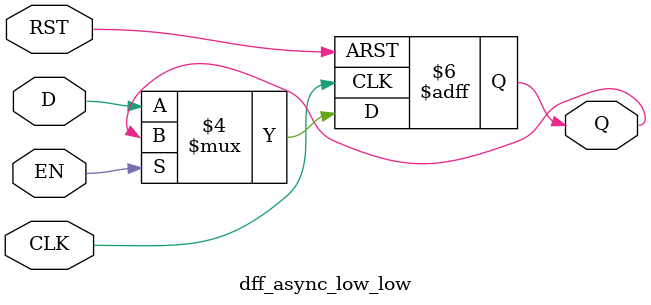
<source format=v>

`timescale 1ns/1ns


module dff_sync_high_high (CLK, RST, EN, D, Q);
output reg Q;
input CLK, RST, EN,D;

always@(posedge CLK) begin
if (RST)
	Q<=1'b0;
else if(EN)
	Q<=D;
end
endmodule

//-----------------------------------------------------------------------



//-----------------------------------------------------------------------
// Asynchronous Active High Reset and Active Low Data Enable Flip Flop
//-----------------------------------------------------------------------

module dff_async_high_low (CLK, RST, EN, D, Q);
output reg Q;
input CLK, RST, EN,D;
always @ (posedge CLK or posedge RST) begin
if (RST)
	Q<=1'b0;
else if(!EN)
	Q<=D;
end
endmodule

//-----------------------------------------------------------------------




//-----------------------------------------------------------------------
// Synchronous Active Low Reset and Active High Data Enable Flip Flop
//-----------------------------------------------------------------------


module dff_sync_low_high (CLK, RST, EN, D, Q);
output reg Q;
input CLK, RST, EN,D;

always@(posedge CLK) begin
if (!RST)
	Q<=1'b0;
else if(EN)
	Q<=D;
end
endmodule

//-----------------------------------------------------------------------




//-----------------------------------------------------------------------
// Asynchronous Active Low Reset and Active Low Data Enable Flip Flop
//-----------------------------------------------------------------------

module dff_async_low_low (CLK, RST, EN, D, Q);
output reg Q;
input CLK, RST, EN,D;
always @ (posedge CLK or negedge RST) begin
if (!RST)
	Q <=1'b0;
else if(!EN)
    Q<=D;
end
endmodule

//-----------------------------------------------------------------------
</source>
